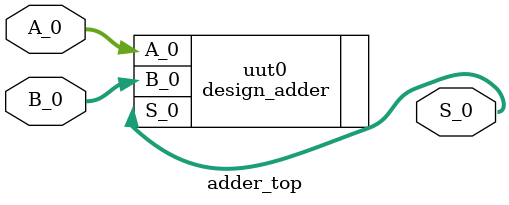
<source format=v>
`timescale 1ns / 1ps

module adder_top
   (A_0,
    B_0,
    S_0);
  input [7:0]A_0;
  input [7:0]B_0;
  output [8:0]S_0;

  design_adder uut0
       (.A_0(A_0),
        .B_0(B_0),
        .S_0(S_0));
endmodule
</source>
